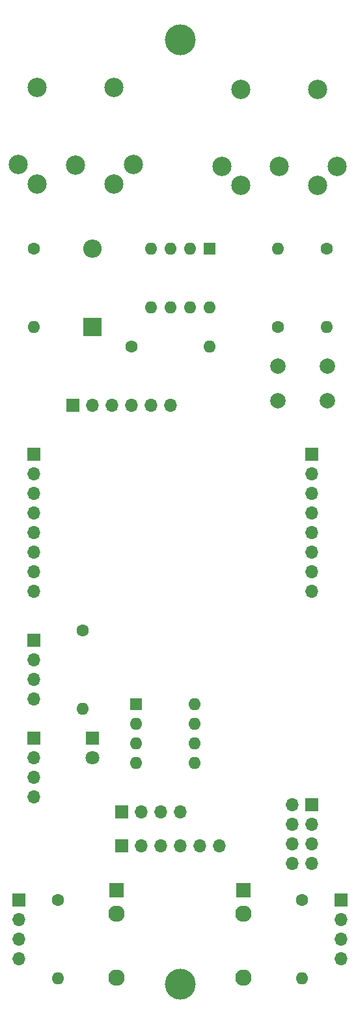
<source format=gbr>
%TF.GenerationSoftware,KiCad,Pcbnew,5.1.8-5.1.8*%
%TF.CreationDate,2020-12-14T22:16:24-06:00*%
%TF.ProjectId,Mini2CV,4d696e69-3243-4562-9e6b-696361645f70,rev?*%
%TF.SameCoordinates,Original*%
%TF.FileFunction,Soldermask,Bot*%
%TF.FilePolarity,Negative*%
%FSLAX46Y46*%
G04 Gerber Fmt 4.6, Leading zero omitted, Abs format (unit mm)*
G04 Created by KiCad (PCBNEW 5.1.8-5.1.8) date 2020-12-14 22:16:24*
%MOMM*%
%LPD*%
G01*
G04 APERTURE LIST*
%ADD10C,4.000000*%
%ADD11R,1.800000X1.800000*%
%ADD12C,1.800000*%
%ADD13R,2.400000X2.400000*%
%ADD14O,2.400000X2.400000*%
%ADD15O,1.700000X1.700000*%
%ADD16R,1.700000X1.700000*%
%ADD17C,2.130000*%
%ADD18R,1.930000X1.830000*%
%ADD19C,2.499360*%
%ADD20C,1.600000*%
%ADD21O,1.600000X1.600000*%
%ADD22C,2.000000*%
%ADD23R,1.600000X1.600000*%
G04 APERTURE END LIST*
D10*
%TO.C,REF\u002A\u002A*%
X115600000Y-28800000D03*
%TD*%
%TO.C,REF\u002A\u002A*%
X115600000Y-151300000D03*
%TD*%
D11*
%TO.C,D1*%
X104140000Y-119380000D03*
D12*
X104140000Y-121920000D03*
%TD*%
D13*
%TO.C,D2*%
X104140000Y-66040000D03*
D14*
X104140000Y-55880000D03*
%TD*%
D15*
%TO.C,J1*%
X120650000Y-133350000D03*
X118110000Y-133350000D03*
X115570000Y-133350000D03*
X113030000Y-133350000D03*
X110490000Y-133350000D03*
D16*
X107950000Y-133350000D03*
%TD*%
%TO.C,J3*%
X96520000Y-106680000D03*
D15*
X96520000Y-109220000D03*
X96520000Y-111760000D03*
X96520000Y-114300000D03*
%TD*%
%TO.C,J4*%
X96520000Y-127000000D03*
X96520000Y-124460000D03*
X96520000Y-121920000D03*
D16*
X96520000Y-119380000D03*
%TD*%
%TO.C,J5*%
X96520000Y-82550000D03*
D15*
X96520000Y-85090000D03*
X96520000Y-87630000D03*
X96520000Y-90170000D03*
X96520000Y-92710000D03*
X96520000Y-95250000D03*
X96520000Y-97790000D03*
X96520000Y-100330000D03*
%TD*%
%TO.C,J6*%
X132715000Y-100330000D03*
X132715000Y-97790000D03*
X132715000Y-95250000D03*
X132715000Y-92710000D03*
X132715000Y-90170000D03*
X132715000Y-87630000D03*
X132715000Y-85090000D03*
D16*
X132715000Y-82550000D03*
%TD*%
%TO.C,J7*%
X101600000Y-76200000D03*
D15*
X104140000Y-76200000D03*
X106680000Y-76200000D03*
X109220000Y-76200000D03*
X111760000Y-76200000D03*
X114300000Y-76200000D03*
%TD*%
D16*
%TO.C,J8*%
X107950000Y-128905000D03*
D15*
X110490000Y-128905000D03*
X113030000Y-128905000D03*
X115570000Y-128905000D03*
%TD*%
D17*
%TO.C,J9*%
X123825000Y-150465000D03*
D18*
X123825000Y-139065000D03*
D17*
X123825000Y-142165000D03*
%TD*%
D15*
%TO.C,J10*%
X136525000Y-147955000D03*
X136525000Y-145415000D03*
X136525000Y-142875000D03*
D16*
X136525000Y-140335000D03*
%TD*%
D19*
%TO.C,J11*%
X107001260Y-35002300D03*
X96998740Y-35002300D03*
X106996180Y-47499100D03*
X94501920Y-44997200D03*
X102000000Y-44999740D03*
X97003820Y-47499100D03*
X109498080Y-44997200D03*
%TD*%
D17*
%TO.C,J12*%
X107315000Y-142165000D03*
D18*
X107315000Y-139065000D03*
D17*
X107315000Y-150465000D03*
%TD*%
D16*
%TO.C,J13*%
X94615000Y-140335000D03*
D15*
X94615000Y-142875000D03*
X94615000Y-145415000D03*
X94615000Y-147955000D03*
%TD*%
D19*
%TO.C,J14*%
X135998080Y-45197200D03*
X123503820Y-47699100D03*
X128500000Y-45199740D03*
X121001920Y-45197200D03*
X133496180Y-47699100D03*
X123498740Y-35202300D03*
X133501260Y-35202300D03*
%TD*%
D16*
%TO.C,J15*%
X132715000Y-128000000D03*
D15*
X130175000Y-128000000D03*
X132715000Y-130540000D03*
X130175000Y-130540000D03*
X132715000Y-133080000D03*
X130175000Y-133080000D03*
X132715000Y-135620000D03*
X130175000Y-135620000D03*
%TD*%
D20*
%TO.C,R1*%
X102870000Y-105410000D03*
D21*
X102870000Y-115570000D03*
%TD*%
D20*
%TO.C,R2*%
X131445000Y-140335000D03*
D21*
X131445000Y-150495000D03*
%TD*%
%TO.C,R4*%
X96520000Y-66040000D03*
D20*
X96520000Y-55880000D03*
%TD*%
D21*
%TO.C,R7*%
X99695000Y-150495000D03*
D20*
X99695000Y-140335000D03*
%TD*%
D21*
%TO.C,R8*%
X119380000Y-68580000D03*
D20*
X109220000Y-68580000D03*
%TD*%
%TO.C,R10*%
X128270000Y-66040000D03*
D21*
X128270000Y-55880000D03*
%TD*%
D20*
%TO.C,R11*%
X134620000Y-55880000D03*
D21*
X134620000Y-66040000D03*
%TD*%
D22*
%TO.C,SW1*%
X128270000Y-75620000D03*
X128270000Y-71120000D03*
X134770000Y-75620000D03*
X134770000Y-71120000D03*
%TD*%
D21*
%TO.C,U4*%
X117475000Y-114935000D03*
X109855000Y-122555000D03*
X117475000Y-117475000D03*
X109855000Y-120015000D03*
X117475000Y-120015000D03*
X109855000Y-117475000D03*
X117475000Y-122555000D03*
D23*
X109855000Y-114935000D03*
%TD*%
%TO.C,U5*%
X119380000Y-55880000D03*
D21*
X111760000Y-63500000D03*
X116840000Y-55880000D03*
X114300000Y-63500000D03*
X114300000Y-55880000D03*
X116840000Y-63500000D03*
X111760000Y-55880000D03*
X119380000Y-63500000D03*
%TD*%
M02*

</source>
